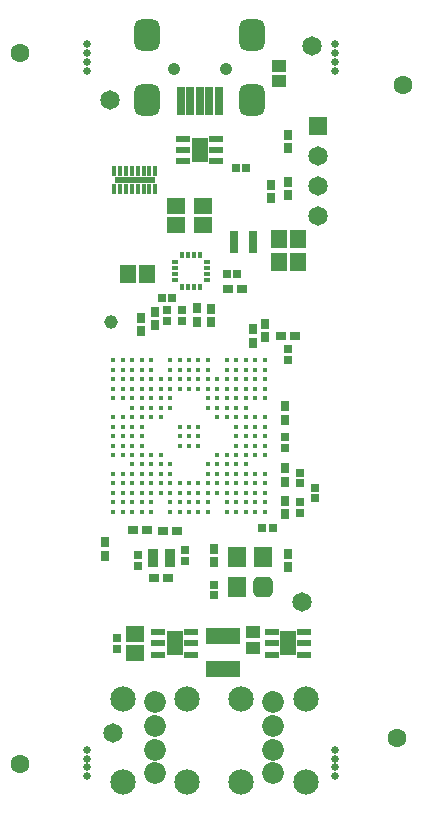
<source format=gts>
G04*
G04 #@! TF.GenerationSoftware,Altium Limited,Altium Designer,21.8.1 (53)*
G04*
G04 Layer_Color=8388736*
%FSLAX25Y25*%
%MOIN*%
G70*
G04*
G04 #@! TF.SameCoordinates,EB042402-48BD-493C-904A-A6360FF8A717*
G04*
G04*
G04 #@! TF.FilePolarity,Negative*
G04*
G01*
G75*
%ADD40R,0.02480X0.01496*%
%ADD41R,0.01496X0.02480*%
%ADD42R,0.03543X0.06102*%
%ADD43R,0.06496X0.06890*%
G04:AMPARAMS|DCode=44|XSize=64.96mil|YSize=68.9mil|CornerRadius=17.72mil|HoleSize=0mil|Usage=FLASHONLY|Rotation=180.000|XOffset=0mil|YOffset=0mil|HoleType=Round|Shape=RoundedRectangle|*
%AMROUNDEDRECTD44*
21,1,0.06496,0.03347,0,0,180.0*
21,1,0.02953,0.06890,0,0,180.0*
1,1,0.03543,-0.01476,0.01673*
1,1,0.03543,0.01476,0.01673*
1,1,0.03543,0.01476,-0.01673*
1,1,0.03543,-0.01476,-0.01673*
%
%ADD44ROUNDEDRECTD44*%
%ADD45R,0.01575X0.03740*%
%ADD46R,0.13189X0.01890*%
%ADD47R,0.05315X0.08071*%
%ADD48R,0.04528X0.01968*%
%ADD49C,0.01732*%
%ADD50C,0.04528*%
%ADD51R,0.02953X0.03543*%
%ADD52R,0.03543X0.02953*%
%ADD53R,0.02953X0.07677*%
G04:AMPARAMS|DCode=54|XSize=84.65mil|YSize=104.33mil|CornerRadius=22.64mil|HoleSize=0mil|Usage=FLASHONLY|Rotation=0.000|XOffset=0mil|YOffset=0mil|HoleType=Round|Shape=RoundedRectangle|*
%AMROUNDEDRECTD54*
21,1,0.08465,0.05906,0,0,0.0*
21,1,0.03937,0.10433,0,0,0.0*
1,1,0.04528,0.01968,-0.02953*
1,1,0.04528,-0.01968,-0.02953*
1,1,0.04528,-0.01968,0.02953*
1,1,0.04528,0.01968,0.02953*
%
%ADD54ROUNDEDRECTD54*%
%ADD55R,0.02559X0.09449*%
%ADD56R,0.04528X0.04134*%
%ADD57R,0.03110X0.02953*%
%ADD58R,0.06102X0.05709*%
%ADD59R,0.11221X0.05709*%
%ADD60R,0.02953X0.03110*%
%ADD61R,0.05709X0.06102*%
%ADD62C,0.06496*%
%ADD63C,0.02559*%
%ADD64C,0.06299*%
%ADD65R,0.06496X0.06496*%
%ADD66C,0.07284*%
%ADD67C,0.08465*%
%ADD68C,0.04134*%
D40*
X39764Y192913D02*
D03*
Y190945D02*
D03*
Y188976D02*
D03*
Y187008D02*
D03*
X29134D02*
D03*
Y188976D02*
D03*
Y190945D02*
D03*
Y192913D02*
D03*
D41*
X37402Y184646D02*
D03*
X35433D02*
D03*
X33465D02*
D03*
X31496D02*
D03*
Y195276D02*
D03*
X33465D02*
D03*
X35433D02*
D03*
X37402D02*
D03*
D42*
X21752Y94488D02*
D03*
X27461D02*
D03*
D43*
X49803Y94567D02*
D03*
Y84567D02*
D03*
X58465Y94567D02*
D03*
D44*
Y84567D02*
D03*
D45*
X22638Y223484D02*
D03*
X20669D02*
D03*
X18701D02*
D03*
X16732D02*
D03*
X14764D02*
D03*
X12795D02*
D03*
X10827D02*
D03*
X8858D02*
D03*
X22638Y217461D02*
D03*
X20669D02*
D03*
X18701D02*
D03*
X16732D02*
D03*
X14764D02*
D03*
X12795D02*
D03*
X10827D02*
D03*
X8858D02*
D03*
D46*
X15748Y220472D02*
D03*
D47*
X29055Y65945D02*
D03*
X37402Y230315D02*
D03*
X66929Y65945D02*
D03*
D48*
X23661Y69685D02*
D03*
Y65945D02*
D03*
Y62205D02*
D03*
X34449Y69685D02*
D03*
Y65945D02*
D03*
Y62205D02*
D03*
X32008Y234055D02*
D03*
Y230315D02*
D03*
Y226575D02*
D03*
X42795Y234055D02*
D03*
Y230315D02*
D03*
Y226575D02*
D03*
X61535Y69685D02*
D03*
Y65945D02*
D03*
Y62205D02*
D03*
X72323Y69685D02*
D03*
Y65945D02*
D03*
Y62205D02*
D03*
D49*
X8661Y109843D02*
D03*
Y112992D02*
D03*
Y116142D02*
D03*
Y119291D02*
D03*
Y122441D02*
D03*
Y128740D02*
D03*
Y131890D02*
D03*
Y135039D02*
D03*
Y138189D02*
D03*
Y141339D02*
D03*
Y147638D02*
D03*
Y150787D02*
D03*
Y153937D02*
D03*
Y157087D02*
D03*
Y160236D02*
D03*
X11811Y109843D02*
D03*
Y112992D02*
D03*
Y116142D02*
D03*
Y119291D02*
D03*
Y122441D02*
D03*
Y128740D02*
D03*
Y131890D02*
D03*
Y135039D02*
D03*
Y138189D02*
D03*
Y141339D02*
D03*
Y147638D02*
D03*
Y150787D02*
D03*
Y153937D02*
D03*
Y157087D02*
D03*
Y160236D02*
D03*
X14961Y109843D02*
D03*
Y112992D02*
D03*
Y116142D02*
D03*
Y119291D02*
D03*
Y122441D02*
D03*
Y125591D02*
D03*
Y128740D02*
D03*
Y131890D02*
D03*
Y135039D02*
D03*
Y138189D02*
D03*
Y141339D02*
D03*
Y144488D02*
D03*
Y147638D02*
D03*
Y150787D02*
D03*
Y153937D02*
D03*
Y157087D02*
D03*
Y160236D02*
D03*
X18110Y109843D02*
D03*
Y112992D02*
D03*
Y116142D02*
D03*
Y119291D02*
D03*
Y122441D02*
D03*
Y125591D02*
D03*
Y128740D02*
D03*
Y131890D02*
D03*
Y135039D02*
D03*
Y138189D02*
D03*
Y141339D02*
D03*
Y144488D02*
D03*
Y147638D02*
D03*
Y150787D02*
D03*
Y153937D02*
D03*
Y157087D02*
D03*
Y160236D02*
D03*
X21260Y109843D02*
D03*
Y112992D02*
D03*
Y116142D02*
D03*
Y119291D02*
D03*
Y122441D02*
D03*
Y125591D02*
D03*
Y128740D02*
D03*
Y141339D02*
D03*
Y144488D02*
D03*
Y147638D02*
D03*
Y150787D02*
D03*
Y153937D02*
D03*
Y157087D02*
D03*
Y160236D02*
D03*
X24409Y116142D02*
D03*
Y119291D02*
D03*
Y122441D02*
D03*
Y125591D02*
D03*
Y128740D02*
D03*
Y141339D02*
D03*
Y144488D02*
D03*
Y147638D02*
D03*
Y150787D02*
D03*
Y153937D02*
D03*
X27559Y109843D02*
D03*
Y112992D02*
D03*
Y116142D02*
D03*
Y119291D02*
D03*
Y122441D02*
D03*
Y125591D02*
D03*
Y144488D02*
D03*
Y147638D02*
D03*
Y150787D02*
D03*
Y153937D02*
D03*
Y157087D02*
D03*
Y160236D02*
D03*
X30709Y109843D02*
D03*
Y112992D02*
D03*
Y116142D02*
D03*
Y119291D02*
D03*
Y131890D02*
D03*
Y135039D02*
D03*
Y138189D02*
D03*
Y150787D02*
D03*
Y153937D02*
D03*
Y157087D02*
D03*
Y160236D02*
D03*
X33858Y109843D02*
D03*
Y112992D02*
D03*
Y116142D02*
D03*
Y119291D02*
D03*
Y131890D02*
D03*
Y135039D02*
D03*
Y138189D02*
D03*
Y150787D02*
D03*
Y153937D02*
D03*
Y157087D02*
D03*
Y160236D02*
D03*
X37008Y109843D02*
D03*
Y112992D02*
D03*
Y116142D02*
D03*
Y119291D02*
D03*
Y131890D02*
D03*
Y135039D02*
D03*
Y138189D02*
D03*
Y150787D02*
D03*
Y153937D02*
D03*
Y157087D02*
D03*
Y160236D02*
D03*
X40157Y109843D02*
D03*
Y112992D02*
D03*
Y116142D02*
D03*
Y119291D02*
D03*
Y122441D02*
D03*
Y125591D02*
D03*
Y144488D02*
D03*
Y147638D02*
D03*
Y150787D02*
D03*
Y153937D02*
D03*
Y157087D02*
D03*
Y160236D02*
D03*
X43307Y116142D02*
D03*
Y119291D02*
D03*
Y122441D02*
D03*
Y125591D02*
D03*
Y128740D02*
D03*
Y141339D02*
D03*
Y144488D02*
D03*
Y147638D02*
D03*
Y150787D02*
D03*
Y153937D02*
D03*
X46457Y109843D02*
D03*
Y112992D02*
D03*
Y116142D02*
D03*
Y119291D02*
D03*
Y122441D02*
D03*
Y125591D02*
D03*
Y128740D02*
D03*
Y141339D02*
D03*
Y144488D02*
D03*
Y147638D02*
D03*
Y150787D02*
D03*
Y153937D02*
D03*
Y157087D02*
D03*
Y160236D02*
D03*
X49606Y109843D02*
D03*
Y112992D02*
D03*
Y116142D02*
D03*
Y119291D02*
D03*
Y122441D02*
D03*
Y125591D02*
D03*
Y128740D02*
D03*
Y131890D02*
D03*
Y135039D02*
D03*
Y138189D02*
D03*
Y141339D02*
D03*
Y144488D02*
D03*
Y147638D02*
D03*
Y150787D02*
D03*
Y153937D02*
D03*
Y157087D02*
D03*
Y160236D02*
D03*
X52756Y109843D02*
D03*
Y112992D02*
D03*
Y116142D02*
D03*
Y119291D02*
D03*
Y122441D02*
D03*
Y125591D02*
D03*
Y128740D02*
D03*
Y131890D02*
D03*
Y135039D02*
D03*
Y138189D02*
D03*
Y141339D02*
D03*
Y144488D02*
D03*
Y147638D02*
D03*
Y150787D02*
D03*
Y153937D02*
D03*
Y157087D02*
D03*
Y160236D02*
D03*
X55905Y109843D02*
D03*
Y112992D02*
D03*
Y116142D02*
D03*
Y119291D02*
D03*
Y122441D02*
D03*
Y128740D02*
D03*
Y131890D02*
D03*
Y135039D02*
D03*
Y138189D02*
D03*
Y141339D02*
D03*
Y147638D02*
D03*
Y150787D02*
D03*
Y153937D02*
D03*
Y157087D02*
D03*
Y160236D02*
D03*
X59055Y109843D02*
D03*
Y112992D02*
D03*
Y116142D02*
D03*
Y119291D02*
D03*
Y122441D02*
D03*
Y128740D02*
D03*
Y131890D02*
D03*
Y135039D02*
D03*
Y138189D02*
D03*
Y141339D02*
D03*
Y147638D02*
D03*
Y150787D02*
D03*
Y153937D02*
D03*
Y157087D02*
D03*
Y160236D02*
D03*
D50*
X7874Y173228D02*
D03*
D51*
X59055Y168012D02*
D03*
Y172539D02*
D03*
X55118Y166043D02*
D03*
Y170571D02*
D03*
X66929Y215256D02*
D03*
Y219783D02*
D03*
Y235531D02*
D03*
Y231004D02*
D03*
X61024Y218799D02*
D03*
Y214272D02*
D03*
X17717Y169980D02*
D03*
Y174508D02*
D03*
X22638Y171949D02*
D03*
Y176476D02*
D03*
X5906Y95177D02*
D03*
Y99705D02*
D03*
X66929Y95768D02*
D03*
Y91240D02*
D03*
X42323Y97441D02*
D03*
Y92913D02*
D03*
X65945Y113484D02*
D03*
Y108957D02*
D03*
Y124311D02*
D03*
Y119783D02*
D03*
Y140453D02*
D03*
Y144980D02*
D03*
X36417Y173228D02*
D03*
Y177756D02*
D03*
X41339Y172933D02*
D03*
Y177461D02*
D03*
D52*
X69193Y168307D02*
D03*
X64665D02*
D03*
X19696Y103746D02*
D03*
X15169D02*
D03*
X29823Y103347D02*
D03*
X25295D02*
D03*
X26870Y87598D02*
D03*
X22343D02*
D03*
X51476Y184055D02*
D03*
X46949D02*
D03*
D53*
X49016Y199803D02*
D03*
X55315D02*
D03*
D54*
X19882Y247122D02*
D03*
Y268579D02*
D03*
X54921D02*
D03*
Y247122D02*
D03*
D55*
X31102Y246748D02*
D03*
X34252D02*
D03*
X43701D02*
D03*
X40551D02*
D03*
X37402D02*
D03*
D56*
X55118Y69587D02*
D03*
Y64272D02*
D03*
X63976Y258563D02*
D03*
Y253248D02*
D03*
D57*
X70866Y122795D02*
D03*
Y119331D02*
D03*
X75787Y114409D02*
D03*
Y117874D02*
D03*
X70866Y112953D02*
D03*
Y109488D02*
D03*
X9843Y67677D02*
D03*
Y64213D02*
D03*
X66929Y163898D02*
D03*
Y160433D02*
D03*
X16732Y95236D02*
D03*
Y91772D02*
D03*
X32480Y96969D02*
D03*
Y93504D02*
D03*
X42323Y81929D02*
D03*
Y85394D02*
D03*
X65945Y134606D02*
D03*
Y131142D02*
D03*
X31496Y176929D02*
D03*
Y173465D02*
D03*
X26575Y176929D02*
D03*
Y173465D02*
D03*
D58*
X15748Y62795D02*
D03*
Y69095D02*
D03*
X29528Y205512D02*
D03*
Y211811D02*
D03*
X38386Y205512D02*
D03*
Y211811D02*
D03*
D59*
X45276Y57480D02*
D03*
Y68504D02*
D03*
D60*
X49449Y224410D02*
D03*
X52913D02*
D03*
X61772Y104331D02*
D03*
X58307D02*
D03*
X46496Y188976D02*
D03*
X49961D02*
D03*
X28307Y181102D02*
D03*
X24843D02*
D03*
D61*
X19882Y188976D02*
D03*
X13583D02*
D03*
X63779Y192913D02*
D03*
X70079D02*
D03*
X63779Y200787D02*
D03*
X70079D02*
D03*
D62*
X71612Y79605D02*
D03*
X8563Y35925D02*
D03*
X74689Y265112D02*
D03*
X7465Y247100D02*
D03*
X76772Y208504D02*
D03*
Y218504D02*
D03*
Y228504D02*
D03*
D63*
X0Y21654D02*
D03*
Y24606D02*
D03*
Y27559D02*
D03*
Y30512D02*
D03*
X82677Y21654D02*
D03*
Y24606D02*
D03*
Y27559D02*
D03*
Y30512D02*
D03*
Y265748D02*
D03*
Y262795D02*
D03*
Y259842D02*
D03*
Y256890D02*
D03*
X0D02*
D03*
Y259842D02*
D03*
Y262795D02*
D03*
Y265748D02*
D03*
D64*
X-22638Y25591D02*
D03*
X105315Y251969D02*
D03*
X103347Y34449D02*
D03*
X-22638Y262795D02*
D03*
D65*
X76772Y238504D02*
D03*
D66*
X22638Y22638D02*
D03*
Y38386D02*
D03*
Y30512D02*
D03*
Y46260D02*
D03*
X62008Y22638D02*
D03*
Y38386D02*
D03*
Y30512D02*
D03*
Y46260D02*
D03*
D67*
X33346Y19764D02*
D03*
X11929D02*
D03*
Y47323D02*
D03*
X33346D02*
D03*
X72716Y19764D02*
D03*
X51299D02*
D03*
Y47323D02*
D03*
X72716D02*
D03*
D68*
X28740Y257279D02*
D03*
X46063D02*
D03*
M02*

</source>
